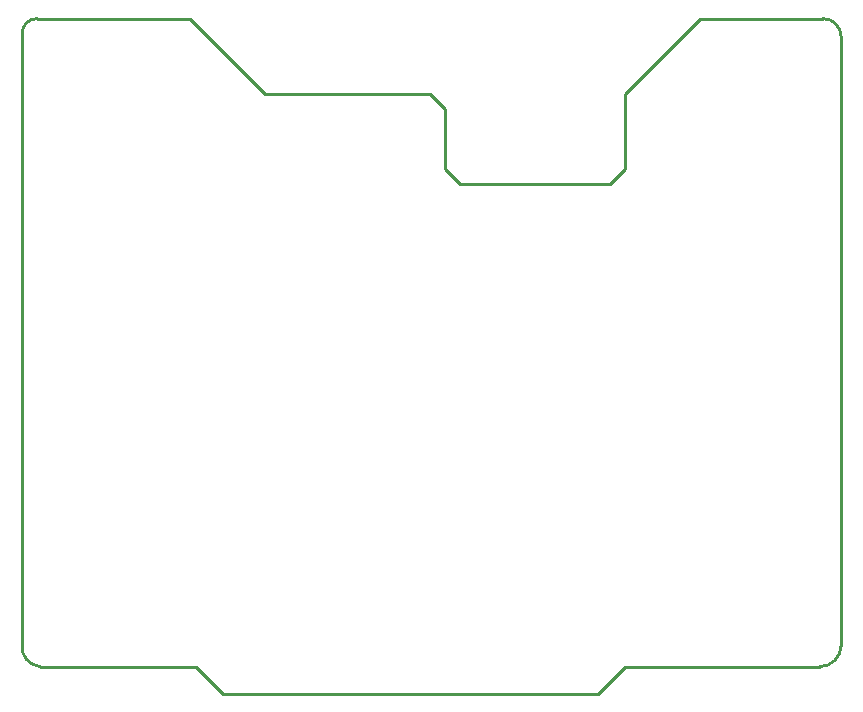
<source format=gm1>
G04*
G04 #@! TF.GenerationSoftware,Altium Limited,Altium Designer,20.0.2 (26)*
G04*
G04 Layer_Color=16711935*
%FSLAX24Y24*%
%MOIN*%
G70*
G01*
G75*
%ADD12C,0.0100*%
D12*
X25200Y19900D02*
G03*
X24600Y20500I-600J0D01*
G01*
X-2100Y-400D02*
G03*
X-1500Y-1100I650J-50D01*
G01*
X-1600Y20500D02*
G03*
X-2100Y20000I0J-500D01*
G01*
X24500Y-1100D02*
G03*
X25200Y-400I0J700D01*
G01*
X-1600Y20500D02*
X3500D01*
X20500D02*
X24600D01*
X11500Y18000D02*
X12000Y17500D01*
X6000Y18000D02*
X11500D01*
X12000Y15500D02*
Y17500D01*
X3500Y20500D02*
X6000Y18000D01*
X12000Y15500D02*
X12500Y15000D01*
X17500D01*
X18000Y15500D01*
Y18000D01*
X20500Y20500D01*
X3700Y-1100D02*
X4600Y-2000D01*
X18000Y-1100D02*
X24500D01*
X17100Y-2000D02*
X18000Y-1100D01*
X-1500Y-1100D02*
X3700D01*
X25200Y19900D02*
X25200Y-400D01*
X-2100D02*
X-2100Y20000D01*
X4600Y-2000D02*
X17100D01*
X25200Y19900D02*
G03*
X24600Y20500I-600J0D01*
G01*
X-2100Y-400D02*
G03*
X-1500Y-1100I650J-50D01*
G01*
X-1600Y20500D02*
G03*
X-2100Y20000I0J-500D01*
G01*
X24500Y-1100D02*
G03*
X25200Y-400I0J700D01*
G01*
X-1600Y20500D02*
X3500D01*
X20500D02*
X24600D01*
X11500Y18000D02*
X12000Y17500D01*
X6000Y18000D02*
X11500D01*
X12000Y15500D02*
Y17500D01*
X3500Y20500D02*
X6000Y18000D01*
X12000Y15500D02*
X12500Y15000D01*
X17500D01*
X18000Y15500D01*
Y18000D01*
X20500Y20500D01*
X3700Y-1100D02*
X4600Y-2000D01*
X18000Y-1100D02*
X24500D01*
X17100Y-2000D02*
X18000Y-1100D01*
X-1500Y-1100D02*
X3700D01*
X25200Y19900D02*
X25200Y-400D01*
X-2100D02*
X-2100Y20000D01*
X4600Y-2000D02*
X17100D01*
M02*

</source>
